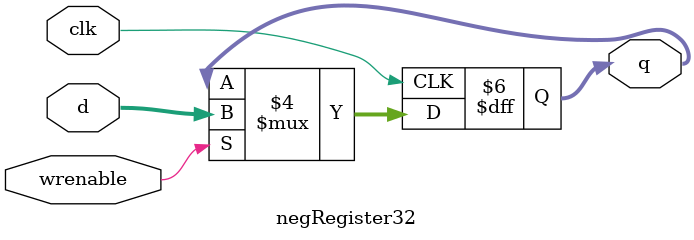
<source format=v>

module negRegister32
(
output reg[31:0] q,
input[31:0] d,
input wrenable,
input	clk
);
  initial begin
    q = 32'b0;
  end

  always @(negedge clk) begin
    if(wrenable) begin
      q = d;
    end
  end

endmodule

</source>
